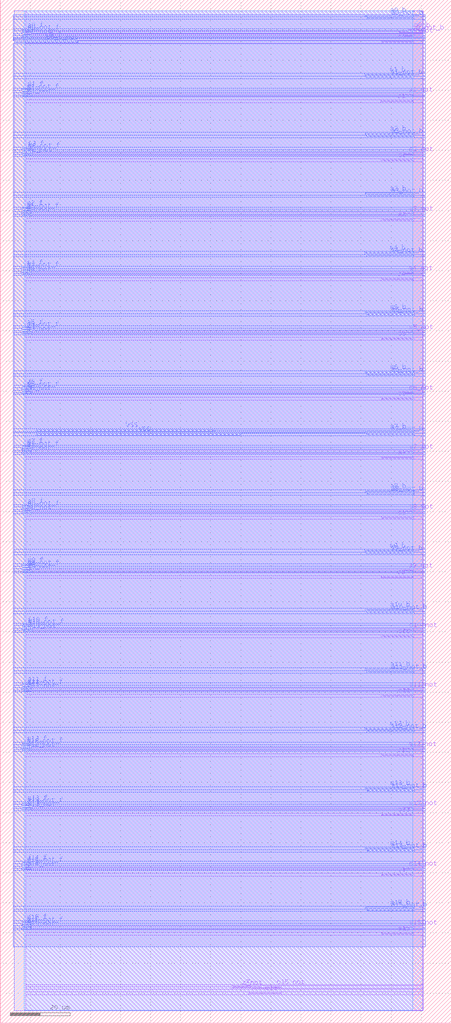
<source format=lef>
VERSION 5.7 ;
  NOWIREEXTENSIONATPIN ON ;
  DIVIDERCHAR "/" ;
  BUSBITCHARS "[]" ;
MACRO 16b_FA
  CLASS BLOCK ;
  FOREIGN 16b_FA ;
  ORIGIN 0.000 0.000 ;
  SIZE 150.000 BY 340.000 ;
  PIN c15_not
    ANTENNADIFFAREA 2.560625 ;
    PORT
      LAYER Metal1 ;
        RECT 90.420 11.870 93.150 12.145 ;
    END
  END c15_not
  PIN c15
    ANTENNADIFFAREA 2.734275 ;
    PORT
      LAYER Metal1 ;
        RECT 83.070 9.795 93.150 10.130 ;
    END
  END c15
  PIN s5_not
    ANTENNADIFFAREA 2.560625 ;
    PORT
      LAYER Metal1 ;
        RECT 134.480 229.350 137.210 229.625 ;
    END
  END s5_not
  PIN s5
    ANTENNADIFFAREA 2.734275 ;
    PORT
      LAYER Metal1 ;
        RECT 127.130 227.275 137.210 227.610 ;
    END
  END s5
  PIN s0_not
    ANTENNADIFFAREA 2.560625 ;
    PORT
      LAYER Metal1 ;
        RECT 134.500 327.985 137.230 328.260 ;
    END
  END s0_not
  PIN s0
    ANTENNADIFFAREA 2.734275 ;
    PORT
      LAYER Metal1 ;
        RECT 127.150 325.910 137.230 326.245 ;
    END
  END s0
  PIN s6_not
    ANTENNADIFFAREA 2.560625 ;
    PORT
      LAYER Metal1 ;
        RECT 134.480 209.380 137.210 209.655 ;
    END
  END s6_not
  PIN s6
    ANTENNADIFFAREA 2.734275 ;
    PORT
      LAYER Metal1 ;
        RECT 127.130 207.305 137.210 207.640 ;
    END
  END s6
  PIN s1_not
    ANTENNADIFFAREA 2.560625 ;
    PORT
      LAYER Metal1 ;
        RECT 134.300 308.260 137.030 308.535 ;
    END
  END s1_not
  PIN s1
    ANTENNADIFFAREA 2.734275 ;
    PORT
      LAYER Metal1 ;
        RECT 126.950 306.185 137.030 306.520 ;
    END
  END s1
  PIN s7_not
    ANTENNADIFFAREA 2.560625 ;
    PORT
      LAYER Metal1 ;
        RECT 134.480 189.715 137.210 189.990 ;
    END
  END s7_not
  PIN s7
    ANTENNADIFFAREA 2.734275 ;
    PORT
      LAYER Metal1 ;
        RECT 127.130 187.640 137.210 187.975 ;
    END
  END s7
  PIN s2_not
    ANTENNADIFFAREA 2.560625 ;
    PORT
      LAYER Metal1 ;
        RECT 134.455 288.615 137.185 288.890 ;
    END
  END s2_not
  PIN s2
    ANTENNADIFFAREA 2.734275 ;
    PORT
      LAYER Metal1 ;
        RECT 127.105 286.540 137.185 286.875 ;
    END
  END s2
  PIN s8_not
    ANTENNADIFFAREA 2.560625 ;
    PORT
      LAYER Metal1 ;
        RECT 134.520 169.875 137.250 170.150 ;
    END
  END s8_not
  PIN s8
    ANTENNADIFFAREA 2.734275 ;
    PORT
      LAYER Metal1 ;
        RECT 127.170 167.800 137.250 168.135 ;
    END
  END s8
  PIN s3_not
    ANTENNADIFFAREA 2.560625 ;
    PORT
      LAYER Metal1 ;
        RECT 134.455 268.820 137.185 269.095 ;
    END
  END s3_not
  PIN s3
    ANTENNADIFFAREA 2.734275 ;
    PORT
      LAYER Metal1 ;
        RECT 127.105 266.745 137.185 267.080 ;
    END
  END s3
  PIN s9_not
    ANTENNADIFFAREA 2.560625 ;
    PORT
      LAYER Metal1 ;
        RECT 134.320 150.150 137.050 150.425 ;
    END
  END s9_not
  PIN s9
    ANTENNADIFFAREA 2.734275 ;
    PORT
      LAYER Metal1 ;
        RECT 126.970 148.075 137.050 148.410 ;
    END
  END s9
  PIN s4_not
    ANTENNADIFFAREA 2.560625 ;
    PORT
      LAYER Metal1 ;
        RECT 134.375 249.065 137.105 249.340 ;
    END
  END s4_not
  PIN s4
    ANTENNADIFFAREA 2.734275 ;
    PORT
      LAYER Metal1 ;
        RECT 127.025 246.990 137.105 247.325 ;
    END
  END s4
  PIN s10_not
    ANTENNADIFFAREA 2.560625 ;
    PORT
      LAYER Metal1 ;
        RECT 134.475 130.505 137.205 130.780 ;
    END
  END s10_not
  PIN s10
    ANTENNADIFFAREA 2.734275 ;
    PORT
      LAYER Metal1 ;
        RECT 127.125 128.430 137.205 128.765 ;
    END
  END s10
  PIN s11_not
    ANTENNADIFFAREA 2.560625 ;
    PORT
      LAYER Metal1 ;
        RECT 134.475 110.710 137.205 110.985 ;
    END
  END s11_not
  PIN s11
    ANTENNADIFFAREA 2.734275 ;
    PORT
      LAYER Metal1 ;
        RECT 127.125 108.635 137.205 108.970 ;
    END
  END s11
  PIN s12_not
    ANTENNADIFFAREA 2.560625 ;
    PORT
      LAYER Metal1 ;
        RECT 134.395 90.955 137.125 91.230 ;
    END
  END s12_not
  PIN s12
    ANTENNADIFFAREA 2.734275 ;
    PORT
      LAYER Metal1 ;
        RECT 127.045 88.880 137.125 89.215 ;
    END
  END s12
  PIN s13_not
    ANTENNADIFFAREA 2.560625 ;
    PORT
      LAYER Metal1 ;
        RECT 134.500 71.240 137.230 71.515 ;
    END
  END s13_not
  PIN s13
    ANTENNADIFFAREA 2.734275 ;
    PORT
      LAYER Metal1 ;
        RECT 127.150 69.165 137.230 69.500 ;
    END
  END s13
  PIN s14_not
    ANTENNADIFFAREA 2.560625 ;
    PORT
      LAYER Metal1 ;
        RECT 134.500 51.270 137.230 51.545 ;
    END
  END s14_not
  PIN s14
    ANTENNADIFFAREA 2.734275 ;
    PORT
      LAYER Metal1 ;
        RECT 127.150 49.195 137.230 49.530 ;
    END
  END s14
  PIN s15_not
    ANTENNADIFFAREA 2.560625 ;
    PORT
      LAYER Metal1 ;
        RECT 134.500 31.605 137.230 31.880 ;
    END
  END s15_not
  PIN s15
    ANTENNADIFFAREA 2.734275 ;
    PORT
      LAYER Metal1 ;
        RECT 127.150 29.530 137.230 29.865 ;
    END
  END s15
  PIN z
    ANTENNADIFFAREA 2.559875 ;
    PORT
      LAYER Metal1 ;
        RECT 77.445 12.170 86.040 12.470 ;
    END
  END z
  PIN z_not
    ANTENNADIFFAREA 2.638650 ;
    PORT
      LAYER Metal1 ;
        RECT 77.415 11.635 83.395 11.905 ;
    END
  END z_not
  PIN c0_b
    ANTENNAGATEAREA 2.739250 ;
    ANTENNADIFFAREA 2.734275 ;
    PORT
      LAYER Metal1 ;
        RECT 135.915 329.745 139.135 330.045 ;
    END
  END c0_b
  PIN c0_not_b
    ANTENNAGATEAREA 2.775000 ;
    ANTENNADIFFAREA 2.560625 ;
    PORT
      LAYER Metal1 ;
        RECT 132.970 329.000 140.695 329.300 ;
    END
  END c0_not_b
  PIN VSS
    USE GROUND ;
    PORT
      LAYER Metal3 ;
        RECT 12.445 196.740 70.880 197.230 ;
    END
  END VSS
  PIN VDD
    USE POWER ;
    PORT
      LAYER Metal3 ;
        RECT 12.425 195.415 79.740 195.905 ;
    END
  END VDD
  PIN a0_b
    ANTENNAGATEAREA 2.739250 ;
    ANTENNADIFFAREA 1.587600 ;
    PORT
      LAYER Metal3 ;
        RECT 121.715 334.615 137.450 335.025 ;
    END
  END a0_b
  PIN a0_not_b
    ANTENNAGATEAREA 2.775000 ;
    ANTENNADIFFAREA 1.587600 ;
    PORT
      LAYER Metal3 ;
        RECT 122.310 333.835 137.440 334.290 ;
    END
  END a0_not_b
  PIN a1_b
    ANTENNAGATEAREA 2.739250 ;
    ANTENNADIFFAREA 1.587600 ;
    PORT
      LAYER Metal3 ;
        RECT 121.515 314.890 137.250 315.300 ;
    END
  END a1_b
  PIN a1_not_b
    ANTENNAGATEAREA 2.775000 ;
    ANTENNADIFFAREA 1.587600 ;
    PORT
      LAYER Metal3 ;
        RECT 122.110 314.110 137.240 314.565 ;
    END
  END a1_not_b
  PIN a2_b
    ANTENNAGATEAREA 2.739250 ;
    ANTENNADIFFAREA 1.587600 ;
    PORT
      LAYER Metal3 ;
        RECT 121.670 295.245 137.405 295.655 ;
    END
  END a2_b
  PIN a2_not_b
    ANTENNAGATEAREA 2.775000 ;
    ANTENNADIFFAREA 1.587600 ;
    PORT
      LAYER Metal3 ;
        RECT 122.265 294.465 137.395 294.920 ;
    END
  END a2_not_b
  PIN a3_b
    ANTENNAGATEAREA 2.739250 ;
    ANTENNADIFFAREA 1.587600 ;
    PORT
      LAYER Metal3 ;
        RECT 121.670 275.450 137.405 275.860 ;
    END
  END a3_b
  PIN a3_not_b
    ANTENNAGATEAREA 2.775000 ;
    ANTENNADIFFAREA 1.587600 ;
    PORT
      LAYER Metal3 ;
        RECT 122.265 274.670 137.395 275.125 ;
    END
  END a3_not_b
  PIN a4_b
    ANTENNAGATEAREA 2.739250 ;
    ANTENNADIFFAREA 1.587600 ;
    PORT
      LAYER Metal3 ;
        RECT 121.590 255.695 137.325 256.105 ;
    END
  END a4_b
  PIN a4_not_b
    ANTENNAGATEAREA 2.775000 ;
    ANTENNADIFFAREA 1.587600 ;
    PORT
      LAYER Metal3 ;
        RECT 122.185 254.915 137.315 255.370 ;
    END
  END a4_not_b
  PIN a5_b
    ANTENNAGATEAREA 2.739250 ;
    ANTENNADIFFAREA 1.587600 ;
    PORT
      LAYER Metal3 ;
        RECT 121.695 235.980 137.430 236.390 ;
    END
  END a5_b
  PIN a5_not_b
    ANTENNAGATEAREA 2.775000 ;
    ANTENNADIFFAREA 1.587600 ;
    PORT
      LAYER Metal3 ;
        RECT 122.290 235.200 137.420 235.655 ;
    END
  END a5_not_b
  PIN a6_b
    ANTENNAGATEAREA 2.739250 ;
    ANTENNADIFFAREA 1.587600 ;
    PORT
      LAYER Metal3 ;
        RECT 121.695 216.010 137.430 216.420 ;
    END
  END a6_b
  PIN a6_not_b
    ANTENNAGATEAREA 2.775000 ;
    ANTENNADIFFAREA 1.587600 ;
    PORT
      LAYER Metal3 ;
        RECT 122.290 215.230 137.420 215.685 ;
    END
  END a6_not_b
  PIN a7_b
    ANTENNAGATEAREA 2.739250 ;
    ANTENNADIFFAREA 1.587600 ;
    PORT
      LAYER Metal3 ;
        RECT 121.695 196.345 137.430 196.755 ;
    END
  END a7_b
  PIN a7_not_b
    ANTENNAGATEAREA 2.775000 ;
    ANTENNADIFFAREA 1.587600 ;
    PORT
      LAYER Metal3 ;
        RECT 122.290 195.565 137.420 196.020 ;
    END
  END a7_not_b
  PIN a3_not_f
    ANTENNAGATEAREA 5.550000 ;
    ANTENNADIFFAREA 1.587600 ;
    PORT
      LAYER Metal3 ;
        RECT 7.615 269.820 10.120 270.115 ;
    END
  END a3_not_f
  PIN b3
    ANTENNADIFFAREA 2.559875 ;
    PORT
      LAYER Metal3 ;
        RECT 7.620 269.105 10.135 269.400 ;
    END
  END b3
  PIN b3_not
    ANTENNADIFFAREA 2.638650 ;
    PORT
      LAYER Metal3 ;
        RECT 7.655 268.475 10.120 268.770 ;
    END
  END b3_not
  PIN a4_f
    ANTENNAGATEAREA 5.478500 ;
    ANTENNADIFFAREA 1.587600 ;
    PORT
      LAYER Metal3 ;
        RECT 7.525 250.845 9.985 251.150 ;
    END
  END a4_f
  PIN a4_not_f
    ANTENNAGATEAREA 5.550000 ;
    ANTENNADIFFAREA 1.587600 ;
    PORT
      LAYER Metal3 ;
        RECT 7.485 250.110 9.990 250.405 ;
    END
  END a4_not_f
  PIN b4
    ANTENNADIFFAREA 2.559875 ;
    PORT
      LAYER Metal3 ;
        RECT 7.490 249.395 10.005 249.690 ;
    END
  END b4
  PIN b4_not
    ANTENNADIFFAREA 2.638650 ;
    PORT
      LAYER Metal3 ;
        RECT 7.525 248.765 9.990 249.060 ;
    END
  END b4_not
  PIN a5_f
    ANTENNAGATEAREA 5.478500 ;
    ANTENNADIFFAREA 1.587600 ;
    PORT
      LAYER Metal3 ;
        RECT 7.655 231.085 10.115 231.390 ;
    END
  END a5_f
  PIN a5_not_f
    ANTENNAGATEAREA 5.550000 ;
    ANTENNADIFFAREA 1.587600 ;
    PORT
      LAYER Metal3 ;
        RECT 7.615 230.350 10.120 230.645 ;
    END
  END a5_not_f
  PIN b5
    ANTENNADIFFAREA 2.559875 ;
    PORT
      LAYER Metal3 ;
        RECT 7.620 229.635 10.135 229.930 ;
    END
  END b5
  PIN b5_not
    ANTENNADIFFAREA 2.638650 ;
    PORT
      LAYER Metal3 ;
        RECT 7.655 229.005 10.120 229.300 ;
    END
  END b5_not
  PIN a6_f
    ANTENNAGATEAREA 5.478500 ;
    ANTENNADIFFAREA 1.587600 ;
    PORT
      LAYER Metal3 ;
        RECT 7.605 211.275 10.065 211.580 ;
    END
  END a6_f
  PIN a6_not_f
    ANTENNAGATEAREA 5.550000 ;
    ANTENNADIFFAREA 1.587600 ;
    PORT
      LAYER Metal3 ;
        RECT 7.565 210.540 10.070 210.835 ;
    END
  END a6_not_f
  PIN b6
    ANTENNADIFFAREA 2.559875 ;
    PORT
      LAYER Metal3 ;
        RECT 7.570 209.825 10.085 210.120 ;
    END
  END b6
  PIN b6_not
    ANTENNADIFFAREA 2.638650 ;
    PORT
      LAYER Metal3 ;
        RECT 7.605 209.195 10.070 209.490 ;
    END
  END b6_not
  PIN a7_f
    ANTENNAGATEAREA 5.478500 ;
    ANTENNADIFFAREA 1.587600 ;
    PORT
      LAYER Metal3 ;
        RECT 7.575 191.480 10.035 191.785 ;
    END
  END a7_f
  PIN a7_not_f
    ANTENNAGATEAREA 5.550000 ;
    ANTENNADIFFAREA 1.587600 ;
    PORT
      LAYER Metal3 ;
        RECT 7.535 190.745 10.040 191.040 ;
    END
  END a7_not_f
  PIN b7
    ANTENNADIFFAREA 2.559875 ;
    PORT
      LAYER Metal3 ;
        RECT 7.540 190.030 10.055 190.325 ;
    END
  END b7
  PIN b7_not
    ANTENNADIFFAREA 2.638650 ;
    PORT
      LAYER Metal3 ;
        RECT 7.575 189.400 10.040 189.695 ;
    END
  END b7_not
  PIN a0_f
    ANTENNAGATEAREA 5.478500 ;
    ANTENNADIFFAREA 1.587600 ;
    PORT
      LAYER Metal3 ;
        RECT 7.705 329.795 10.165 330.100 ;
    END
  END a0_f
  PIN a0_not_f
    ANTENNAGATEAREA 5.550000 ;
    ANTENNADIFFAREA 1.587600 ;
    PORT
      LAYER Metal3 ;
        RECT 7.665 329.060 10.170 329.355 ;
    END
  END a0_not_f
  PIN b0
    ANTENNADIFFAREA 2.559875 ;
    PORT
      LAYER Metal3 ;
        RECT 7.670 328.345 10.185 328.640 ;
    END
  END b0
  PIN b0_not
    ANTENNADIFFAREA 2.638650 ;
    PORT
      LAYER Metal3 ;
        RECT 7.705 327.715 10.170 328.010 ;
    END
  END b0_not
  PIN a1_f
    ANTENNAGATEAREA 5.478500 ;
    ANTENNADIFFAREA 1.587600 ;
    PORT
      LAYER Metal3 ;
        RECT 7.660 310.105 10.120 310.410 ;
    END
  END a1_f
  PIN a1_not_f
    ANTENNAGATEAREA 5.550000 ;
    ANTENNADIFFAREA 1.587600 ;
    PORT
      LAYER Metal3 ;
        RECT 7.620 309.370 10.125 309.665 ;
    END
  END a1_not_f
  PIN b1
    ANTENNADIFFAREA 2.559875 ;
    PORT
      LAYER Metal3 ;
        RECT 7.625 308.655 10.140 308.950 ;
    END
  END b1
  PIN b1_not
    ANTENNADIFFAREA 2.638650 ;
    PORT
      LAYER Metal3 ;
        RECT 7.660 308.025 10.125 308.320 ;
    END
  END b1_not
  PIN a2_f
    ANTENNAGATEAREA 5.478500 ;
    ANTENNADIFFAREA 1.587600 ;
    PORT
      LAYER Metal3 ;
        RECT 7.850 290.395 10.310 290.700 ;
    END
  END a2_f
  PIN a2_not_f
    ANTENNAGATEAREA 5.550000 ;
    ANTENNADIFFAREA 1.587600 ;
    PORT
      LAYER Metal3 ;
        RECT 7.810 289.660 10.315 289.955 ;
    END
  END a2_not_f
  PIN b2
    ANTENNADIFFAREA 2.559875 ;
    PORT
      LAYER Metal3 ;
        RECT 7.815 288.945 10.330 289.240 ;
    END
  END b2
  PIN b2_not
    ANTENNADIFFAREA 2.638650 ;
    PORT
      LAYER Metal3 ;
        RECT 7.850 288.315 10.315 288.610 ;
    END
  END b2_not
  PIN a3_f
    ANTENNAGATEAREA 5.478500 ;
    ANTENNADIFFAREA 1.587600 ;
    PORT
      LAYER Metal3 ;
        RECT 7.655 270.555 10.115 270.860 ;
    END
  END a3_f
  PIN c0_f
    ANTENNADIFFAREA 2.559875 ;
    PORT
      LAYER Metal3 ;
        RECT 4.750 326.640 25.095 326.935 ;
    END
  END c0_f
  PIN c0_f_not
    ANTENNADIFFAREA 2.638650 ;
    PORT
      LAYER Metal3 ;
        RECT 4.570 325.775 25.680 326.070 ;
    END
  END c0_f_not
  PIN b12_not
    ANTENNADIFFAREA 2.638650 ;
    PORT
      LAYER Metal3 ;
        RECT 7.545 90.655 10.010 90.950 ;
    END
  END b12_not
  PIN a13_f
    ANTENNAGATEAREA 5.478500 ;
    ANTENNADIFFAREA 1.587600 ;
    PORT
      LAYER Metal3 ;
        RECT 7.675 72.975 10.135 73.280 ;
    END
  END a13_f
  PIN a13_not_f
    ANTENNAGATEAREA 5.550000 ;
    ANTENNADIFFAREA 1.587600 ;
    PORT
      LAYER Metal3 ;
        RECT 7.635 72.240 10.140 72.535 ;
    END
  END a13_not_f
  PIN b13
    ANTENNADIFFAREA 2.559875 ;
    PORT
      LAYER Metal3 ;
        RECT 7.640 71.525 10.155 71.820 ;
    END
  END b13
  PIN b13_not
    ANTENNADIFFAREA 2.638650 ;
    PORT
      LAYER Metal3 ;
        RECT 7.675 70.895 10.140 71.190 ;
    END
  END b13_not
  PIN a14_f
    ANTENNAGATEAREA 5.478500 ;
    ANTENNADIFFAREA 1.587600 ;
    PORT
      LAYER Metal3 ;
        RECT 7.625 53.165 10.085 53.470 ;
    END
  END a14_f
  PIN a14_not_f
    ANTENNAGATEAREA 5.550000 ;
    ANTENNADIFFAREA 1.587600 ;
    PORT
      LAYER Metal3 ;
        RECT 7.585 52.430 10.090 52.725 ;
    END
  END a14_not_f
  PIN b14
    ANTENNADIFFAREA 2.559875 ;
    PORT
      LAYER Metal3 ;
        RECT 7.590 51.715 10.105 52.010 ;
    END
  END b14
  PIN b14_not
    ANTENNADIFFAREA 2.638650 ;
    PORT
      LAYER Metal3 ;
        RECT 7.625 51.085 10.090 51.380 ;
    END
  END b14_not
  PIN a15_f
    ANTENNAGATEAREA 5.478500 ;
    ANTENNADIFFAREA 1.587600 ;
    PORT
      LAYER Metal3 ;
        RECT 7.595 33.370 10.055 33.675 ;
    END
  END a15_f
  PIN a15_not_f
    ANTENNAGATEAREA 5.550000 ;
    ANTENNADIFFAREA 1.587600 ;
    PORT
      LAYER Metal3 ;
        RECT 7.555 32.635 10.060 32.930 ;
    END
  END a15_not_f
  PIN b15
    ANTENNADIFFAREA 2.559875 ;
    PORT
      LAYER Metal3 ;
        RECT 7.560 31.920 10.075 32.215 ;
    END
  END b15
  PIN b15_not
    ANTENNADIFFAREA 2.638650 ;
    PORT
      LAYER Metal3 ;
        RECT 7.595 31.290 10.060 31.585 ;
    END
  END b15_not
  PIN a8_f
    ANTENNAGATEAREA 5.478500 ;
    ANTENNADIFFAREA 1.587600 ;
    PORT
      LAYER Metal3 ;
        RECT 7.725 171.685 10.185 171.990 ;
    END
  END a8_f
  PIN a8_not_f
    ANTENNAGATEAREA 5.550000 ;
    ANTENNADIFFAREA 1.587600 ;
    PORT
      LAYER Metal3 ;
        RECT 7.685 170.950 10.190 171.245 ;
    END
  END a8_not_f
  PIN b8
    ANTENNADIFFAREA 2.559875 ;
    PORT
      LAYER Metal3 ;
        RECT 7.690 170.235 10.205 170.530 ;
    END
  END b8
  PIN b8_not
    ANTENNADIFFAREA 2.638650 ;
    PORT
      LAYER Metal3 ;
        RECT 7.725 169.605 10.190 169.900 ;
    END
  END b8_not
  PIN a9_f
    ANTENNAGATEAREA 5.478500 ;
    ANTENNADIFFAREA 1.587600 ;
    PORT
      LAYER Metal3 ;
        RECT 7.680 151.995 10.140 152.300 ;
    END
  END a9_f
  PIN a9_not_f
    ANTENNAGATEAREA 5.550000 ;
    ANTENNADIFFAREA 1.587600 ;
    PORT
      LAYER Metal3 ;
        RECT 7.640 151.260 10.145 151.555 ;
    END
  END a9_not_f
  PIN b9
    ANTENNADIFFAREA 2.559875 ;
    PORT
      LAYER Metal3 ;
        RECT 7.645 150.545 10.160 150.840 ;
    END
  END b9
  PIN b9_not
    ANTENNADIFFAREA 2.638650 ;
    PORT
      LAYER Metal3 ;
        RECT 7.680 149.915 10.145 150.210 ;
    END
  END b9_not
  PIN a10_f
    ANTENNAGATEAREA 5.478500 ;
    ANTENNADIFFAREA 1.587600 ;
    PORT
      LAYER Metal3 ;
        RECT 7.870 132.285 10.330 132.590 ;
    END
  END a10_f
  PIN a10_not_f
    ANTENNAGATEAREA 5.550000 ;
    ANTENNADIFFAREA 1.587600 ;
    PORT
      LAYER Metal3 ;
        RECT 7.830 131.550 10.335 131.845 ;
    END
  END a10_not_f
  PIN b10
    ANTENNADIFFAREA 2.559875 ;
    PORT
      LAYER Metal3 ;
        RECT 7.835 130.835 10.350 131.130 ;
    END
  END b10
  PIN b10_not
    ANTENNADIFFAREA 2.638650 ;
    PORT
      LAYER Metal3 ;
        RECT 7.870 130.205 10.335 130.500 ;
    END
  END b10_not
  PIN a11_f
    ANTENNAGATEAREA 5.478500 ;
    ANTENNADIFFAREA 1.587600 ;
    PORT
      LAYER Metal3 ;
        RECT 7.675 112.445 10.135 112.750 ;
    END
  END a11_f
  PIN a11_not_f
    ANTENNAGATEAREA 5.550000 ;
    ANTENNADIFFAREA 1.587600 ;
    PORT
      LAYER Metal3 ;
        RECT 7.635 111.710 10.140 112.005 ;
    END
  END a11_not_f
  PIN b11
    ANTENNADIFFAREA 2.559875 ;
    PORT
      LAYER Metal3 ;
        RECT 7.640 110.995 10.155 111.290 ;
    END
  END b11
  PIN b11_not
    ANTENNADIFFAREA 2.638650 ;
    PORT
      LAYER Metal3 ;
        RECT 7.675 110.365 10.140 110.660 ;
    END
  END b11_not
  PIN a12_f
    ANTENNAGATEAREA 5.478500 ;
    ANTENNADIFFAREA 1.587600 ;
    PORT
      LAYER Metal3 ;
        RECT 7.545 92.735 10.005 93.040 ;
    END
  END a12_f
  PIN a12_not_f
    ANTENNAGATEAREA 5.550000 ;
    ANTENNADIFFAREA 1.587600 ;
    PORT
      LAYER Metal3 ;
        RECT 7.505 92.000 10.010 92.295 ;
    END
  END a12_not_f
  PIN b12
    ANTENNADIFFAREA 2.559875 ;
    PORT
      LAYER Metal3 ;
        RECT 7.510 91.285 10.025 91.580 ;
    END
  END b12
  PIN a8_b
    ANTENNAGATEAREA 2.739250 ;
    ANTENNADIFFAREA 1.587600 ;
    PORT
      LAYER Metal3 ;
        RECT 121.735 176.505 137.470 176.915 ;
    END
  END a8_b
  PIN a10_not_b
    ANTENNAGATEAREA 2.775000 ;
    ANTENNADIFFAREA 1.587600 ;
    PORT
      LAYER Metal3 ;
        RECT 122.285 136.355 137.415 136.810 ;
    END
  END a10_not_b
  PIN a11_b
    ANTENNAGATEAREA 2.739250 ;
    ANTENNADIFFAREA 1.587600 ;
    PORT
      LAYER Metal3 ;
        RECT 121.690 117.340 137.425 117.750 ;
    END
  END a11_b
  PIN a11_not_b
    ANTENNAGATEAREA 2.775000 ;
    ANTENNADIFFAREA 1.587600 ;
    PORT
      LAYER Metal3 ;
        RECT 122.285 116.560 137.415 117.015 ;
    END
  END a11_not_b
  PIN a12_b
    ANTENNAGATEAREA 2.739250 ;
    ANTENNADIFFAREA 1.587600 ;
    PORT
      LAYER Metal3 ;
        RECT 121.610 97.585 137.345 97.995 ;
    END
  END a12_b
  PIN a12_not_b
    ANTENNAGATEAREA 2.775000 ;
    ANTENNADIFFAREA 1.587600 ;
    PORT
      LAYER Metal3 ;
        RECT 122.205 96.805 137.335 97.260 ;
    END
  END a12_not_b
  PIN a13_b
    ANTENNAGATEAREA 2.739250 ;
    ANTENNADIFFAREA 1.587600 ;
    PORT
      LAYER Metal3 ;
        RECT 121.715 77.870 137.450 78.280 ;
    END
  END a13_b
  PIN a13_not_b
    ANTENNAGATEAREA 2.775000 ;
    ANTENNADIFFAREA 1.587600 ;
    PORT
      LAYER Metal3 ;
        RECT 122.310 77.090 137.440 77.545 ;
    END
  END a13_not_b
  PIN a14_b
    ANTENNAGATEAREA 2.739250 ;
    ANTENNADIFFAREA 1.587600 ;
    PORT
      LAYER Metal3 ;
        RECT 121.715 57.900 137.450 58.310 ;
    END
  END a14_b
  PIN a14_not_b
    ANTENNAGATEAREA 2.775000 ;
    ANTENNADIFFAREA 1.587600 ;
    PORT
      LAYER Metal3 ;
        RECT 122.310 57.120 137.440 57.575 ;
    END
  END a14_not_b
  PIN a15_b
    ANTENNAGATEAREA 2.739250 ;
    ANTENNADIFFAREA 1.587600 ;
    PORT
      LAYER Metal3 ;
        RECT 121.715 38.235 137.450 38.645 ;
    END
  END a15_b
  PIN a15_not_b
    ANTENNAGATEAREA 2.775000 ;
    ANTENNADIFFAREA 1.587600 ;
    PORT
      LAYER Metal3 ;
        RECT 122.310 37.455 137.440 37.910 ;
    END
  END a15_not_b
  PIN a8_not_b
    ANTENNAGATEAREA 2.775000 ;
    ANTENNADIFFAREA 1.587600 ;
    PORT
      LAYER Metal3 ;
        RECT 122.330 175.725 137.460 176.180 ;
    END
  END a8_not_b
  PIN a9_b
    ANTENNAGATEAREA 2.739250 ;
    ANTENNADIFFAREA 1.587600 ;
    PORT
      LAYER Metal3 ;
        RECT 121.535 156.780 137.270 157.190 ;
    END
  END a9_b
  PIN a9_not_b
    ANTENNAGATEAREA 2.775000 ;
    ANTENNADIFFAREA 1.587600 ;
    PORT
      LAYER Metal3 ;
        RECT 122.130 156.000 137.260 156.455 ;
    END
  END a9_not_b
  PIN a10_b
    ANTENNAGATEAREA 2.739250 ;
    ANTENNADIFFAREA 1.587600 ;
    PORT
      LAYER Metal3 ;
        RECT 121.690 137.135 137.425 137.545 ;
    END
  END a10_b
  OBS
      LAYER Nwell ;
        RECT 7.985 4.245 137.250 336.340 ;
      LAYER Metal1 ;
        RECT 8.415 330.345 140.715 336.340 ;
        RECT 8.415 329.600 135.615 330.345 ;
        RECT 139.435 329.600 140.715 330.345 ;
        RECT 8.415 328.700 132.670 329.600 ;
        RECT 8.415 328.560 140.715 328.700 ;
        RECT 8.415 327.685 134.200 328.560 ;
        RECT 137.530 327.685 140.715 328.560 ;
        RECT 8.415 326.545 140.715 327.685 ;
        RECT 8.415 325.610 126.850 326.545 ;
        RECT 137.530 325.610 140.715 326.545 ;
        RECT 8.415 308.835 140.715 325.610 ;
        RECT 8.415 307.960 134.000 308.835 ;
        RECT 137.330 307.960 140.715 308.835 ;
        RECT 8.415 306.820 140.715 307.960 ;
        RECT 8.415 305.885 126.650 306.820 ;
        RECT 137.330 305.885 140.715 306.820 ;
        RECT 8.415 289.190 140.715 305.885 ;
        RECT 8.415 288.315 134.155 289.190 ;
        RECT 137.485 288.315 140.715 289.190 ;
        RECT 8.415 287.175 140.715 288.315 ;
        RECT 8.415 286.240 126.805 287.175 ;
        RECT 137.485 286.240 140.715 287.175 ;
        RECT 8.415 269.395 140.715 286.240 ;
        RECT 8.415 268.520 134.155 269.395 ;
        RECT 137.485 268.520 140.715 269.395 ;
        RECT 8.415 267.380 140.715 268.520 ;
        RECT 8.415 266.445 126.805 267.380 ;
        RECT 137.485 266.445 140.715 267.380 ;
        RECT 8.415 249.640 140.715 266.445 ;
        RECT 8.415 248.765 134.075 249.640 ;
        RECT 137.405 248.765 140.715 249.640 ;
        RECT 8.415 247.625 140.715 248.765 ;
        RECT 8.415 246.690 126.725 247.625 ;
        RECT 137.405 246.690 140.715 247.625 ;
        RECT 8.415 229.925 140.715 246.690 ;
        RECT 8.415 229.050 134.180 229.925 ;
        RECT 137.510 229.050 140.715 229.925 ;
        RECT 8.415 227.910 140.715 229.050 ;
        RECT 8.415 226.975 126.830 227.910 ;
        RECT 137.510 226.975 140.715 227.910 ;
        RECT 8.415 209.955 140.715 226.975 ;
        RECT 8.415 209.080 134.180 209.955 ;
        RECT 137.510 209.080 140.715 209.955 ;
        RECT 8.415 207.940 140.715 209.080 ;
        RECT 8.415 207.005 126.830 207.940 ;
        RECT 137.510 207.005 140.715 207.940 ;
        RECT 8.415 190.290 140.715 207.005 ;
        RECT 8.415 189.415 134.180 190.290 ;
        RECT 137.510 189.415 140.715 190.290 ;
        RECT 8.415 188.275 140.715 189.415 ;
        RECT 8.415 187.340 126.830 188.275 ;
        RECT 137.510 187.340 140.715 188.275 ;
        RECT 8.415 170.450 140.715 187.340 ;
        RECT 8.415 169.575 134.220 170.450 ;
        RECT 137.550 169.575 140.715 170.450 ;
        RECT 8.415 168.435 140.715 169.575 ;
        RECT 8.415 167.500 126.870 168.435 ;
        RECT 137.550 167.500 140.715 168.435 ;
        RECT 8.415 150.725 140.715 167.500 ;
        RECT 8.415 149.850 134.020 150.725 ;
        RECT 137.350 149.850 140.715 150.725 ;
        RECT 8.415 148.710 140.715 149.850 ;
        RECT 8.415 147.775 126.670 148.710 ;
        RECT 137.350 147.775 140.715 148.710 ;
        RECT 8.415 131.080 140.715 147.775 ;
        RECT 8.415 130.205 134.175 131.080 ;
        RECT 137.505 130.205 140.715 131.080 ;
        RECT 8.415 129.065 140.715 130.205 ;
        RECT 8.415 128.130 126.825 129.065 ;
        RECT 137.505 128.130 140.715 129.065 ;
        RECT 8.415 111.285 140.715 128.130 ;
        RECT 8.415 110.410 134.175 111.285 ;
        RECT 137.505 110.410 140.715 111.285 ;
        RECT 8.415 109.270 140.715 110.410 ;
        RECT 8.415 108.335 126.825 109.270 ;
        RECT 137.505 108.335 140.715 109.270 ;
        RECT 8.415 91.530 140.715 108.335 ;
        RECT 8.415 90.655 134.095 91.530 ;
        RECT 137.425 90.655 140.715 91.530 ;
        RECT 8.415 89.515 140.715 90.655 ;
        RECT 8.415 88.580 126.745 89.515 ;
        RECT 137.425 88.580 140.715 89.515 ;
        RECT 8.415 71.815 140.715 88.580 ;
        RECT 8.415 70.940 134.200 71.815 ;
        RECT 137.530 70.940 140.715 71.815 ;
        RECT 8.415 69.800 140.715 70.940 ;
        RECT 8.415 68.865 126.850 69.800 ;
        RECT 137.530 68.865 140.715 69.800 ;
        RECT 8.415 51.845 140.715 68.865 ;
        RECT 8.415 50.970 134.200 51.845 ;
        RECT 137.530 50.970 140.715 51.845 ;
        RECT 8.415 49.830 140.715 50.970 ;
        RECT 8.415 48.895 126.850 49.830 ;
        RECT 137.530 48.895 140.715 49.830 ;
        RECT 8.415 32.180 140.715 48.895 ;
        RECT 8.415 31.305 134.200 32.180 ;
        RECT 137.530 31.305 140.715 32.180 ;
        RECT 8.415 30.165 140.715 31.305 ;
        RECT 8.415 29.230 126.850 30.165 ;
        RECT 137.530 29.230 140.715 30.165 ;
        RECT 8.415 12.770 140.715 29.230 ;
        RECT 8.415 12.205 77.145 12.770 ;
        RECT 86.340 12.445 140.715 12.770 ;
        RECT 8.415 11.335 77.115 12.205 ;
        RECT 86.340 11.870 90.120 12.445 ;
        RECT 83.695 11.570 90.120 11.870 ;
        RECT 93.450 11.570 140.715 12.445 ;
        RECT 83.695 11.335 140.715 11.570 ;
        RECT 8.415 10.430 140.715 11.335 ;
        RECT 8.415 9.495 82.770 10.430 ;
        RECT 93.450 9.495 140.715 10.430 ;
        RECT 8.415 4.245 140.715 9.495 ;
      LAYER Metal2 ;
        RECT 4.655 4.195 140.605 336.340 ;
      LAYER Metal3 ;
        RECT 4.390 334.315 121.415 335.025 ;
        RECT 137.750 334.315 141.320 335.025 ;
        RECT 4.390 333.535 122.010 334.315 ;
        RECT 137.740 333.535 141.320 334.315 ;
        RECT 4.390 330.400 141.320 333.535 ;
        RECT 4.390 329.655 7.405 330.400 ;
        RECT 10.465 329.655 141.320 330.400 ;
        RECT 4.390 328.760 7.365 329.655 ;
        RECT 10.470 328.940 141.320 329.655 ;
        RECT 4.390 328.045 7.370 328.760 ;
        RECT 10.485 328.045 141.320 328.940 ;
        RECT 4.390 327.415 7.405 328.045 ;
        RECT 10.470 327.415 141.320 328.045 ;
        RECT 4.390 327.235 141.320 327.415 ;
        RECT 4.390 326.370 4.450 327.235 ;
        RECT 25.395 326.370 141.320 327.235 ;
        RECT 25.980 325.475 141.320 326.370 ;
        RECT 4.390 315.600 141.320 325.475 ;
        RECT 4.390 314.590 121.215 315.600 ;
        RECT 137.550 314.590 141.320 315.600 ;
        RECT 4.390 313.810 121.810 314.590 ;
        RECT 137.540 313.810 141.320 314.590 ;
        RECT 4.390 310.710 141.320 313.810 ;
        RECT 4.390 309.965 7.360 310.710 ;
        RECT 10.420 309.965 141.320 310.710 ;
        RECT 4.390 309.070 7.320 309.965 ;
        RECT 10.425 309.250 141.320 309.965 ;
        RECT 4.390 308.355 7.325 309.070 ;
        RECT 10.440 308.355 141.320 309.250 ;
        RECT 4.390 307.725 7.360 308.355 ;
        RECT 10.425 307.725 141.320 308.355 ;
        RECT 4.390 295.955 141.320 307.725 ;
        RECT 4.390 294.945 121.370 295.955 ;
        RECT 137.705 294.945 141.320 295.955 ;
        RECT 4.390 294.165 121.965 294.945 ;
        RECT 137.695 294.165 141.320 294.945 ;
        RECT 4.390 291.000 141.320 294.165 ;
        RECT 4.390 290.255 7.550 291.000 ;
        RECT 10.610 290.255 141.320 291.000 ;
        RECT 4.390 289.360 7.510 290.255 ;
        RECT 10.615 289.540 141.320 290.255 ;
        RECT 4.390 288.645 7.515 289.360 ;
        RECT 10.630 288.645 141.320 289.540 ;
        RECT 4.390 288.015 7.550 288.645 ;
        RECT 10.615 288.015 141.320 288.645 ;
        RECT 4.390 276.160 141.320 288.015 ;
        RECT 4.390 275.150 121.370 276.160 ;
        RECT 137.705 275.150 141.320 276.160 ;
        RECT 4.390 274.370 121.965 275.150 ;
        RECT 137.695 274.370 141.320 275.150 ;
        RECT 4.390 271.160 141.320 274.370 ;
        RECT 4.390 270.415 7.355 271.160 ;
        RECT 10.415 270.415 141.320 271.160 ;
        RECT 4.390 269.520 7.315 270.415 ;
        RECT 10.420 269.700 141.320 270.415 ;
        RECT 4.390 268.805 7.320 269.520 ;
        RECT 10.435 268.805 141.320 269.700 ;
        RECT 4.390 268.175 7.355 268.805 ;
        RECT 10.420 268.175 141.320 268.805 ;
        RECT 4.390 256.405 141.320 268.175 ;
        RECT 4.390 255.395 121.290 256.405 ;
        RECT 137.625 255.395 141.320 256.405 ;
        RECT 4.390 254.615 121.885 255.395 ;
        RECT 137.615 254.615 141.320 255.395 ;
        RECT 4.390 251.450 141.320 254.615 ;
        RECT 4.390 250.705 7.225 251.450 ;
        RECT 10.285 250.705 141.320 251.450 ;
        RECT 4.390 249.810 7.185 250.705 ;
        RECT 10.290 249.990 141.320 250.705 ;
        RECT 4.390 249.095 7.190 249.810 ;
        RECT 10.305 249.095 141.320 249.990 ;
        RECT 4.390 248.465 7.225 249.095 ;
        RECT 10.290 248.465 141.320 249.095 ;
        RECT 4.390 236.690 141.320 248.465 ;
        RECT 4.390 235.680 121.395 236.690 ;
        RECT 137.730 235.680 141.320 236.690 ;
        RECT 4.390 234.900 121.990 235.680 ;
        RECT 137.720 234.900 141.320 235.680 ;
        RECT 4.390 231.690 141.320 234.900 ;
        RECT 4.390 230.945 7.355 231.690 ;
        RECT 10.415 230.945 141.320 231.690 ;
        RECT 4.390 230.050 7.315 230.945 ;
        RECT 10.420 230.230 141.320 230.945 ;
        RECT 4.390 229.335 7.320 230.050 ;
        RECT 10.435 229.335 141.320 230.230 ;
        RECT 4.390 228.705 7.355 229.335 ;
        RECT 10.420 228.705 141.320 229.335 ;
        RECT 4.390 216.720 141.320 228.705 ;
        RECT 4.390 215.710 121.395 216.720 ;
        RECT 137.730 215.710 141.320 216.720 ;
        RECT 4.390 214.930 121.990 215.710 ;
        RECT 137.720 214.930 141.320 215.710 ;
        RECT 4.390 211.880 141.320 214.930 ;
        RECT 4.390 211.135 7.305 211.880 ;
        RECT 10.365 211.135 141.320 211.880 ;
        RECT 4.390 210.240 7.265 211.135 ;
        RECT 10.370 210.420 141.320 211.135 ;
        RECT 4.390 209.525 7.270 210.240 ;
        RECT 10.385 209.525 141.320 210.420 ;
        RECT 4.390 208.895 7.305 209.525 ;
        RECT 10.370 208.895 141.320 209.525 ;
        RECT 4.390 197.530 141.320 208.895 ;
        RECT 4.390 196.440 12.145 197.530 ;
        RECT 71.180 197.055 141.320 197.530 ;
        RECT 71.180 196.440 121.395 197.055 ;
        RECT 4.390 196.205 121.395 196.440 ;
        RECT 4.390 195.115 12.125 196.205 ;
        RECT 80.040 196.045 121.395 196.205 ;
        RECT 137.730 196.045 141.320 197.055 ;
        RECT 80.040 195.265 121.990 196.045 ;
        RECT 137.720 195.265 141.320 196.045 ;
        RECT 80.040 195.115 141.320 195.265 ;
        RECT 4.390 192.085 141.320 195.115 ;
        RECT 4.390 191.340 7.275 192.085 ;
        RECT 10.335 191.340 141.320 192.085 ;
        RECT 4.390 190.445 7.235 191.340 ;
        RECT 10.340 190.625 141.320 191.340 ;
        RECT 4.390 189.730 7.240 190.445 ;
        RECT 10.355 189.730 141.320 190.625 ;
        RECT 4.390 189.100 7.275 189.730 ;
        RECT 10.340 189.100 141.320 189.730 ;
        RECT 4.390 177.215 141.320 189.100 ;
        RECT 4.390 176.205 121.435 177.215 ;
        RECT 137.770 176.205 141.320 177.215 ;
        RECT 4.390 175.425 122.030 176.205 ;
        RECT 137.760 175.425 141.320 176.205 ;
        RECT 4.390 172.290 141.320 175.425 ;
        RECT 4.390 171.545 7.425 172.290 ;
        RECT 10.485 171.545 141.320 172.290 ;
        RECT 4.390 170.650 7.385 171.545 ;
        RECT 10.490 170.830 141.320 171.545 ;
        RECT 4.390 169.935 7.390 170.650 ;
        RECT 10.505 169.935 141.320 170.830 ;
        RECT 4.390 169.305 7.425 169.935 ;
        RECT 10.490 169.305 141.320 169.935 ;
        RECT 4.390 157.490 141.320 169.305 ;
        RECT 4.390 156.480 121.235 157.490 ;
        RECT 137.570 156.480 141.320 157.490 ;
        RECT 4.390 155.700 121.830 156.480 ;
        RECT 137.560 155.700 141.320 156.480 ;
        RECT 4.390 152.600 141.320 155.700 ;
        RECT 4.390 151.855 7.380 152.600 ;
        RECT 10.440 151.855 141.320 152.600 ;
        RECT 4.390 150.960 7.340 151.855 ;
        RECT 10.445 151.140 141.320 151.855 ;
        RECT 4.390 150.245 7.345 150.960 ;
        RECT 10.460 150.245 141.320 151.140 ;
        RECT 4.390 149.615 7.380 150.245 ;
        RECT 10.445 149.615 141.320 150.245 ;
        RECT 4.390 137.845 141.320 149.615 ;
        RECT 4.390 136.835 121.390 137.845 ;
        RECT 137.725 136.835 141.320 137.845 ;
        RECT 4.390 136.055 121.985 136.835 ;
        RECT 137.715 136.055 141.320 136.835 ;
        RECT 4.390 132.890 141.320 136.055 ;
        RECT 4.390 132.145 7.570 132.890 ;
        RECT 10.630 132.145 141.320 132.890 ;
        RECT 4.390 131.250 7.530 132.145 ;
        RECT 10.635 131.430 141.320 132.145 ;
        RECT 4.390 130.535 7.535 131.250 ;
        RECT 10.650 130.535 141.320 131.430 ;
        RECT 4.390 129.905 7.570 130.535 ;
        RECT 10.635 129.905 141.320 130.535 ;
        RECT 4.390 118.050 141.320 129.905 ;
        RECT 4.390 117.040 121.390 118.050 ;
        RECT 137.725 117.040 141.320 118.050 ;
        RECT 4.390 116.260 121.985 117.040 ;
        RECT 137.715 116.260 141.320 117.040 ;
        RECT 4.390 113.050 141.320 116.260 ;
        RECT 4.390 112.305 7.375 113.050 ;
        RECT 10.435 112.305 141.320 113.050 ;
        RECT 4.390 111.410 7.335 112.305 ;
        RECT 10.440 111.590 141.320 112.305 ;
        RECT 4.390 110.695 7.340 111.410 ;
        RECT 10.455 110.695 141.320 111.590 ;
        RECT 4.390 110.065 7.375 110.695 ;
        RECT 10.440 110.065 141.320 110.695 ;
        RECT 4.390 98.295 141.320 110.065 ;
        RECT 4.390 97.285 121.310 98.295 ;
        RECT 137.645 97.285 141.320 98.295 ;
        RECT 4.390 96.505 121.905 97.285 ;
        RECT 137.635 96.505 141.320 97.285 ;
        RECT 4.390 93.340 141.320 96.505 ;
        RECT 4.390 92.595 7.245 93.340 ;
        RECT 10.305 92.595 141.320 93.340 ;
        RECT 4.390 91.700 7.205 92.595 ;
        RECT 10.310 91.880 141.320 92.595 ;
        RECT 4.390 90.985 7.210 91.700 ;
        RECT 10.325 90.985 141.320 91.880 ;
        RECT 4.390 90.355 7.245 90.985 ;
        RECT 10.310 90.355 141.320 90.985 ;
        RECT 4.390 78.580 141.320 90.355 ;
        RECT 4.390 77.570 121.415 78.580 ;
        RECT 137.750 77.570 141.320 78.580 ;
        RECT 4.390 76.790 122.010 77.570 ;
        RECT 137.740 76.790 141.320 77.570 ;
        RECT 4.390 73.580 141.320 76.790 ;
        RECT 4.390 72.835 7.375 73.580 ;
        RECT 10.435 72.835 141.320 73.580 ;
        RECT 4.390 71.940 7.335 72.835 ;
        RECT 10.440 72.120 141.320 72.835 ;
        RECT 4.390 71.225 7.340 71.940 ;
        RECT 10.455 71.225 141.320 72.120 ;
        RECT 4.390 70.595 7.375 71.225 ;
        RECT 10.440 70.595 141.320 71.225 ;
        RECT 4.390 58.610 141.320 70.595 ;
        RECT 4.390 57.600 121.415 58.610 ;
        RECT 137.750 57.600 141.320 58.610 ;
        RECT 4.390 56.820 122.010 57.600 ;
        RECT 137.740 56.820 141.320 57.600 ;
        RECT 4.390 53.770 141.320 56.820 ;
        RECT 4.390 53.025 7.325 53.770 ;
        RECT 10.385 53.025 141.320 53.770 ;
        RECT 4.390 52.130 7.285 53.025 ;
        RECT 10.390 52.310 141.320 53.025 ;
        RECT 4.390 51.415 7.290 52.130 ;
        RECT 10.405 51.415 141.320 52.310 ;
        RECT 4.390 50.785 7.325 51.415 ;
        RECT 10.390 50.785 141.320 51.415 ;
        RECT 4.390 38.945 141.320 50.785 ;
        RECT 4.390 37.935 121.415 38.945 ;
        RECT 137.750 37.935 141.320 38.945 ;
        RECT 4.390 37.155 122.010 37.935 ;
        RECT 137.740 37.155 141.320 37.935 ;
        RECT 4.390 33.975 141.320 37.155 ;
        RECT 4.390 33.230 7.295 33.975 ;
        RECT 10.355 33.230 141.320 33.975 ;
        RECT 4.390 32.335 7.255 33.230 ;
        RECT 10.360 32.515 141.320 33.230 ;
        RECT 4.390 31.620 7.260 32.335 ;
        RECT 10.375 31.620 141.320 32.515 ;
        RECT 4.390 30.990 7.295 31.620 ;
        RECT 10.360 30.990 141.320 31.620 ;
        RECT 4.390 25.410 141.320 30.990 ;
  END
END 16b_FA
END LIBRARY


</source>
